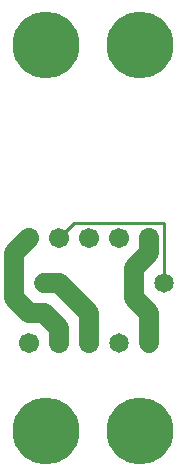
<source format=gtl>
%MOIN*%
%FSLAX25Y25*%
G04 D10 used for Character Trace; *
G04     Circle (OD=.01000) (No hole)*
G04 D11 used for Power Trace; *
G04     Circle (OD=.06500) (No hole)*
G04 D12 used for Signal Trace; *
G04     Circle (OD=.01100) (No hole)*
G04 D13 used for Via; *
G04     Circle (OD=.05800) (Round. Hole ID=.02800)*
G04 D14 used for Component hole; *
G04     Circle (OD=.06500) (Round. Hole ID=.03500)*
G04 D15 used for Component hole; *
G04     Circle (OD=.06700) (Round. Hole ID=.04300)*
G04 D16 used for Component hole; *
G04     Circle (OD=.08100) (Round. Hole ID=.05100)*
G04 D17 used for Component hole; *
G04     Circle (OD=.08900) (Round. Hole ID=.05900)*
G04 D18 used for Component hole; *
G04     Circle (OD=.11300) (Round. Hole ID=.08300)*
G04 D19 used for Component hole; *
G04     Circle (OD=.16000) (Round. Hole ID=.13000)*
G04 D20 used for Component hole; *
G04     Circle (OD=.18300) (Round. Hole ID=.15300)*
G04 D21 used for Component hole; *
G04     Circle (OD=.22291) (Round. Hole ID=.19291)*
%ADD10C,.01000*%
%ADD11C,.06500*%
%ADD12C,.01100*%
%ADD13C,.05800*%
%ADD14C,.06500*%
%ADD15C,.06700*%
%ADD16C,.08100*%
%ADD17C,.08900*%
%ADD18C,.11300*%
%ADD19C,.16000*%
%ADD20C,.18300*%
%ADD21C,.22291*%
%IPPOS*%
%LPD*%
G90*X0Y0D02*D21*X15625Y15625D03*D14*              
X40000Y45000D03*D15*X30000D03*D11*Y55000D01*      
X20000Y65000D01*X15000D01*D14*D03*D11*            
X5000Y60000D02*Y75000D01*X10000Y55000D02*         
X5000Y60000D01*X10000Y55000D02*X15000D01*         
X20000Y50000D01*Y45000D01*D15*D03*X10000D03*D11*  
X45000Y60000D02*Y70000D01*X50000Y55000D02*        
X45000Y60000D01*X50000Y45000D02*Y55000D01*D14*    
Y45000D03*X55000Y65000D03*D12*Y85000D01*X25000D01*
X20000Y80000D01*D15*D03*X30000D03*X10000D03*D11*  
X5000Y75000D01*D15*X40000Y80000D03*D11*           
X45000Y70000D02*X50000Y75000D01*Y80000D01*D15*D03*
D21*X46875Y15625D03*Y144375D03*X15625D03*M02*     

</source>
